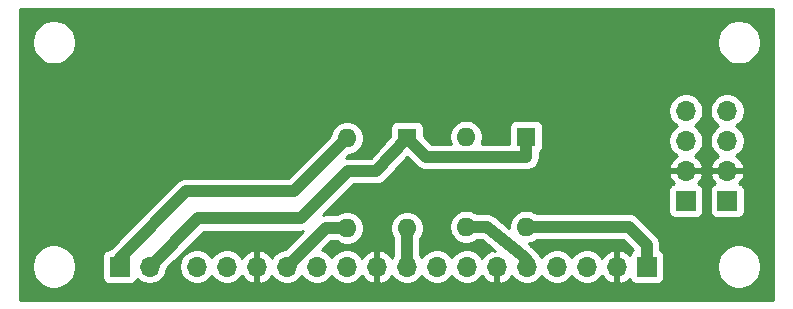
<source format=gbr>
G04 #@! TF.GenerationSoftware,KiCad,Pcbnew,5.1.5+dfsg1-2build2*
G04 #@! TF.CreationDate,2022-05-11T13:02:20+01:00*
G04 #@! TF.ProjectId,rrl-interface,72726c2d-696e-4746-9572-666163652e6b,rev?*
G04 #@! TF.SameCoordinates,Original*
G04 #@! TF.FileFunction,Copper,L1,Top*
G04 #@! TF.FilePolarity,Positive*
%FSLAX46Y46*%
G04 Gerber Fmt 4.6, Leading zero omitted, Abs format (unit mm)*
G04 Created by KiCad (PCBNEW 5.1.5+dfsg1-2build2) date 2022-05-11 13:02:20*
%MOMM*%
%LPD*%
G04 APERTURE LIST*
%ADD10O,1.600000X1.600000*%
%ADD11R,1.600000X1.600000*%
%ADD12R,1.700000X1.700000*%
%ADD13O,1.700000X1.700000*%
%ADD14C,1.000000*%
%ADD15C,0.254000*%
G04 APERTURE END LIST*
D10*
X56480000Y-189120000D03*
X51400000Y-181500000D03*
X51400000Y-189120000D03*
D11*
X56480000Y-181500000D03*
X46400000Y-181600000D03*
D10*
X41320000Y-189220000D03*
X41320000Y-181600000D03*
X46400000Y-189220000D03*
D12*
X22060000Y-192500000D03*
D13*
X24600000Y-192500000D03*
D12*
X66700000Y-192500000D03*
D13*
X64160000Y-192500000D03*
X61620000Y-192500000D03*
X59080000Y-192500000D03*
X56540000Y-192500000D03*
X54000000Y-192500000D03*
X51460000Y-192500000D03*
X48920000Y-192500000D03*
X46380000Y-192500000D03*
X43840000Y-192500000D03*
X41300000Y-192500000D03*
X38760000Y-192500000D03*
X36220000Y-192500000D03*
X33680000Y-192500000D03*
X31140000Y-192500000D03*
X28600000Y-192500000D03*
D12*
X73500000Y-186920000D03*
D13*
X73500000Y-184380000D03*
X73500000Y-181840000D03*
X73500000Y-179300000D03*
X70000000Y-179300000D03*
X70000000Y-181840000D03*
X70000000Y-184380000D03*
D12*
X70000000Y-186920000D03*
D14*
X56480000Y-189120000D02*
X63074002Y-189120000D01*
X65170000Y-189120000D02*
X63074002Y-189120000D01*
X66700000Y-190650000D02*
X65170000Y-189120000D01*
X66700000Y-192500000D02*
X66700000Y-190650000D01*
X51400000Y-189120000D02*
X53160000Y-189120000D01*
X56540000Y-191940000D02*
X56200000Y-191600000D01*
X56540000Y-192500000D02*
X56540000Y-191940000D01*
X53160000Y-189120000D02*
X56200000Y-191600000D01*
X39500000Y-189220000D02*
X41320000Y-189220000D01*
X36220000Y-192500000D02*
X39500000Y-189220000D01*
X46380000Y-189240000D02*
X46400000Y-189220000D01*
X46380000Y-192500000D02*
X46380000Y-189240000D01*
X36820000Y-186100000D02*
X41320000Y-181600000D01*
X22060000Y-191740000D02*
X27700000Y-186100000D01*
X27700000Y-186100000D02*
X36820000Y-186100000D01*
X22060000Y-192500000D02*
X22060000Y-191740000D01*
X56480000Y-181500000D02*
X56480000Y-183220000D01*
X48020000Y-183220000D02*
X46400000Y-181600000D01*
X56480000Y-183220000D02*
X48020000Y-183220000D01*
X28700000Y-188400000D02*
X37400000Y-188400000D01*
X24600000Y-192500000D02*
X28700000Y-188400000D01*
X41400000Y-184400000D02*
X43800000Y-184400000D01*
X37400000Y-188400000D02*
X41400000Y-184400000D01*
X43800000Y-184400000D02*
X46400000Y-181600000D01*
D15*
G36*
X77340001Y-195340000D02*
G01*
X13660000Y-195340000D01*
X13660000Y-192314344D01*
X14615000Y-192314344D01*
X14615000Y-192685656D01*
X14687439Y-193049834D01*
X14829534Y-193392882D01*
X15035825Y-193701618D01*
X15298382Y-193964175D01*
X15607118Y-194170466D01*
X15950166Y-194312561D01*
X16314344Y-194385000D01*
X16685656Y-194385000D01*
X17049834Y-194312561D01*
X17392882Y-194170466D01*
X17701618Y-193964175D01*
X17964175Y-193701618D01*
X18170466Y-193392882D01*
X18312561Y-193049834D01*
X18385000Y-192685656D01*
X18385000Y-192314344D01*
X18312561Y-191950166D01*
X18188229Y-191650000D01*
X20571928Y-191650000D01*
X20571928Y-193350000D01*
X20584188Y-193474482D01*
X20620498Y-193594180D01*
X20679463Y-193704494D01*
X20758815Y-193801185D01*
X20855506Y-193880537D01*
X20965820Y-193939502D01*
X21085518Y-193975812D01*
X21210000Y-193988072D01*
X22910000Y-193988072D01*
X23034482Y-193975812D01*
X23154180Y-193939502D01*
X23264494Y-193880537D01*
X23361185Y-193801185D01*
X23440537Y-193704494D01*
X23499502Y-193594180D01*
X23521513Y-193521620D01*
X23653368Y-193653475D01*
X23896589Y-193815990D01*
X24166842Y-193927932D01*
X24453740Y-193985000D01*
X24746260Y-193985000D01*
X25033158Y-193927932D01*
X25303411Y-193815990D01*
X25546632Y-193653475D01*
X25753475Y-193446632D01*
X25915990Y-193203411D01*
X26027932Y-192933158D01*
X26085000Y-192646260D01*
X26085000Y-192620131D01*
X26351391Y-192353740D01*
X27115000Y-192353740D01*
X27115000Y-192646260D01*
X27172068Y-192933158D01*
X27284010Y-193203411D01*
X27446525Y-193446632D01*
X27653368Y-193653475D01*
X27896589Y-193815990D01*
X28166842Y-193927932D01*
X28453740Y-193985000D01*
X28746260Y-193985000D01*
X29033158Y-193927932D01*
X29303411Y-193815990D01*
X29546632Y-193653475D01*
X29753475Y-193446632D01*
X29870000Y-193272240D01*
X29986525Y-193446632D01*
X30193368Y-193653475D01*
X30436589Y-193815990D01*
X30706842Y-193927932D01*
X30993740Y-193985000D01*
X31286260Y-193985000D01*
X31573158Y-193927932D01*
X31843411Y-193815990D01*
X32086632Y-193653475D01*
X32293475Y-193446632D01*
X32415195Y-193264466D01*
X32484822Y-193381355D01*
X32679731Y-193597588D01*
X32913080Y-193771641D01*
X33175901Y-193896825D01*
X33323110Y-193941476D01*
X33553000Y-193820155D01*
X33553000Y-192627000D01*
X33533000Y-192627000D01*
X33533000Y-192373000D01*
X33553000Y-192373000D01*
X33553000Y-191179845D01*
X33323110Y-191058524D01*
X33175901Y-191103175D01*
X32913080Y-191228359D01*
X32679731Y-191402412D01*
X32484822Y-191618645D01*
X32415195Y-191735534D01*
X32293475Y-191553368D01*
X32086632Y-191346525D01*
X31843411Y-191184010D01*
X31573158Y-191072068D01*
X31286260Y-191015000D01*
X30993740Y-191015000D01*
X30706842Y-191072068D01*
X30436589Y-191184010D01*
X30193368Y-191346525D01*
X29986525Y-191553368D01*
X29870000Y-191727760D01*
X29753475Y-191553368D01*
X29546632Y-191346525D01*
X29303411Y-191184010D01*
X29033158Y-191072068D01*
X28746260Y-191015000D01*
X28453740Y-191015000D01*
X28166842Y-191072068D01*
X27896589Y-191184010D01*
X27653368Y-191346525D01*
X27446525Y-191553368D01*
X27284010Y-191796589D01*
X27172068Y-192066842D01*
X27115000Y-192353740D01*
X26351391Y-192353740D01*
X29170133Y-189535000D01*
X37344249Y-189535000D01*
X37400000Y-189540491D01*
X37455751Y-189535000D01*
X37455752Y-189535000D01*
X37593428Y-189521440D01*
X36099869Y-191015000D01*
X36073740Y-191015000D01*
X35786842Y-191072068D01*
X35516589Y-191184010D01*
X35273368Y-191346525D01*
X35066525Y-191553368D01*
X34944805Y-191735534D01*
X34875178Y-191618645D01*
X34680269Y-191402412D01*
X34446920Y-191228359D01*
X34184099Y-191103175D01*
X34036890Y-191058524D01*
X33807000Y-191179845D01*
X33807000Y-192373000D01*
X33827000Y-192373000D01*
X33827000Y-192627000D01*
X33807000Y-192627000D01*
X33807000Y-193820155D01*
X34036890Y-193941476D01*
X34184099Y-193896825D01*
X34446920Y-193771641D01*
X34680269Y-193597588D01*
X34875178Y-193381355D01*
X34944805Y-193264466D01*
X35066525Y-193446632D01*
X35273368Y-193653475D01*
X35516589Y-193815990D01*
X35786842Y-193927932D01*
X36073740Y-193985000D01*
X36366260Y-193985000D01*
X36653158Y-193927932D01*
X36923411Y-193815990D01*
X37166632Y-193653475D01*
X37373475Y-193446632D01*
X37490000Y-193272240D01*
X37606525Y-193446632D01*
X37813368Y-193653475D01*
X38056589Y-193815990D01*
X38326842Y-193927932D01*
X38613740Y-193985000D01*
X38906260Y-193985000D01*
X39193158Y-193927932D01*
X39463411Y-193815990D01*
X39706632Y-193653475D01*
X39913475Y-193446632D01*
X40030000Y-193272240D01*
X40146525Y-193446632D01*
X40353368Y-193653475D01*
X40596589Y-193815990D01*
X40866842Y-193927932D01*
X41153740Y-193985000D01*
X41446260Y-193985000D01*
X41733158Y-193927932D01*
X42003411Y-193815990D01*
X42246632Y-193653475D01*
X42453475Y-193446632D01*
X42575195Y-193264466D01*
X42644822Y-193381355D01*
X42839731Y-193597588D01*
X43073080Y-193771641D01*
X43335901Y-193896825D01*
X43483110Y-193941476D01*
X43713000Y-193820155D01*
X43713000Y-192627000D01*
X43693000Y-192627000D01*
X43693000Y-192373000D01*
X43713000Y-192373000D01*
X43713000Y-191179845D01*
X43967000Y-191179845D01*
X43967000Y-192373000D01*
X43987000Y-192373000D01*
X43987000Y-192627000D01*
X43967000Y-192627000D01*
X43967000Y-193820155D01*
X44196890Y-193941476D01*
X44344099Y-193896825D01*
X44606920Y-193771641D01*
X44840269Y-193597588D01*
X45035178Y-193381355D01*
X45104805Y-193264466D01*
X45226525Y-193446632D01*
X45433368Y-193653475D01*
X45676589Y-193815990D01*
X45946842Y-193927932D01*
X46233740Y-193985000D01*
X46526260Y-193985000D01*
X46813158Y-193927932D01*
X47083411Y-193815990D01*
X47326632Y-193653475D01*
X47533475Y-193446632D01*
X47650000Y-193272240D01*
X47766525Y-193446632D01*
X47973368Y-193653475D01*
X48216589Y-193815990D01*
X48486842Y-193927932D01*
X48773740Y-193985000D01*
X49066260Y-193985000D01*
X49353158Y-193927932D01*
X49623411Y-193815990D01*
X49866632Y-193653475D01*
X50073475Y-193446632D01*
X50190000Y-193272240D01*
X50306525Y-193446632D01*
X50513368Y-193653475D01*
X50756589Y-193815990D01*
X51026842Y-193927932D01*
X51313740Y-193985000D01*
X51606260Y-193985000D01*
X51893158Y-193927932D01*
X52163411Y-193815990D01*
X52406632Y-193653475D01*
X52613475Y-193446632D01*
X52735195Y-193264466D01*
X52804822Y-193381355D01*
X52999731Y-193597588D01*
X53233080Y-193771641D01*
X53495901Y-193896825D01*
X53643110Y-193941476D01*
X53873000Y-193820155D01*
X53873000Y-192627000D01*
X53853000Y-192627000D01*
X53853000Y-192373000D01*
X53873000Y-192373000D01*
X53873000Y-192353000D01*
X54127000Y-192353000D01*
X54127000Y-192373000D01*
X54147000Y-192373000D01*
X54147000Y-192627000D01*
X54127000Y-192627000D01*
X54127000Y-193820155D01*
X54356890Y-193941476D01*
X54504099Y-193896825D01*
X54766920Y-193771641D01*
X55000269Y-193597588D01*
X55195178Y-193381355D01*
X55264805Y-193264466D01*
X55386525Y-193446632D01*
X55593368Y-193653475D01*
X55836589Y-193815990D01*
X56106842Y-193927932D01*
X56393740Y-193985000D01*
X56686260Y-193985000D01*
X56973158Y-193927932D01*
X57243411Y-193815990D01*
X57486632Y-193653475D01*
X57693475Y-193446632D01*
X57810000Y-193272240D01*
X57926525Y-193446632D01*
X58133368Y-193653475D01*
X58376589Y-193815990D01*
X58646842Y-193927932D01*
X58933740Y-193985000D01*
X59226260Y-193985000D01*
X59513158Y-193927932D01*
X59783411Y-193815990D01*
X60026632Y-193653475D01*
X60233475Y-193446632D01*
X60350000Y-193272240D01*
X60466525Y-193446632D01*
X60673368Y-193653475D01*
X60916589Y-193815990D01*
X61186842Y-193927932D01*
X61473740Y-193985000D01*
X61766260Y-193985000D01*
X62053158Y-193927932D01*
X62323411Y-193815990D01*
X62566632Y-193653475D01*
X62773475Y-193446632D01*
X62895195Y-193264466D01*
X62964822Y-193381355D01*
X63159731Y-193597588D01*
X63393080Y-193771641D01*
X63655901Y-193896825D01*
X63803110Y-193941476D01*
X64033000Y-193820155D01*
X64033000Y-192627000D01*
X64013000Y-192627000D01*
X64013000Y-192373000D01*
X64033000Y-192373000D01*
X64033000Y-191179845D01*
X63803110Y-191058524D01*
X63655901Y-191103175D01*
X63393080Y-191228359D01*
X63159731Y-191402412D01*
X62964822Y-191618645D01*
X62895195Y-191735534D01*
X62773475Y-191553368D01*
X62566632Y-191346525D01*
X62323411Y-191184010D01*
X62053158Y-191072068D01*
X61766260Y-191015000D01*
X61473740Y-191015000D01*
X61186842Y-191072068D01*
X60916589Y-191184010D01*
X60673368Y-191346525D01*
X60466525Y-191553368D01*
X60350000Y-191727760D01*
X60233475Y-191553368D01*
X60026632Y-191346525D01*
X59783411Y-191184010D01*
X59513158Y-191072068D01*
X59226260Y-191015000D01*
X58933740Y-191015000D01*
X58646842Y-191072068D01*
X58376589Y-191184010D01*
X58133368Y-191346525D01*
X57926525Y-191553368D01*
X57810000Y-191727760D01*
X57693475Y-191553368D01*
X57536281Y-191396174D01*
X57488284Y-191306377D01*
X57346449Y-191133551D01*
X57303140Y-191098008D01*
X57080426Y-190875295D01*
X57079489Y-190873901D01*
X57001258Y-190796127D01*
X56963143Y-190758012D01*
X56961860Y-190756959D01*
X56960664Y-190755770D01*
X56918210Y-190721136D01*
X56833622Y-190651717D01*
X56832152Y-190650931D01*
X56696284Y-190540092D01*
X56898574Y-190499853D01*
X57159727Y-190391680D01*
X57364284Y-190255000D01*
X64699869Y-190255000D01*
X65540357Y-191095489D01*
X65495506Y-191119463D01*
X65398815Y-191198815D01*
X65319463Y-191295506D01*
X65260498Y-191405820D01*
X65236034Y-191486466D01*
X65160269Y-191402412D01*
X64926920Y-191228359D01*
X64664099Y-191103175D01*
X64516890Y-191058524D01*
X64287000Y-191179845D01*
X64287000Y-192373000D01*
X64307000Y-192373000D01*
X64307000Y-192627000D01*
X64287000Y-192627000D01*
X64287000Y-193820155D01*
X64516890Y-193941476D01*
X64664099Y-193896825D01*
X64926920Y-193771641D01*
X65160269Y-193597588D01*
X65236034Y-193513534D01*
X65260498Y-193594180D01*
X65319463Y-193704494D01*
X65398815Y-193801185D01*
X65495506Y-193880537D01*
X65605820Y-193939502D01*
X65725518Y-193975812D01*
X65850000Y-193988072D01*
X67550000Y-193988072D01*
X67674482Y-193975812D01*
X67794180Y-193939502D01*
X67904494Y-193880537D01*
X68001185Y-193801185D01*
X68080537Y-193704494D01*
X68139502Y-193594180D01*
X68175812Y-193474482D01*
X68188072Y-193350000D01*
X68188072Y-192314344D01*
X72615000Y-192314344D01*
X72615000Y-192685656D01*
X72687439Y-193049834D01*
X72829534Y-193392882D01*
X73035825Y-193701618D01*
X73298382Y-193964175D01*
X73607118Y-194170466D01*
X73950166Y-194312561D01*
X74314344Y-194385000D01*
X74685656Y-194385000D01*
X75049834Y-194312561D01*
X75392882Y-194170466D01*
X75701618Y-193964175D01*
X75964175Y-193701618D01*
X76170466Y-193392882D01*
X76312561Y-193049834D01*
X76385000Y-192685656D01*
X76385000Y-192314344D01*
X76312561Y-191950166D01*
X76170466Y-191607118D01*
X75964175Y-191298382D01*
X75701618Y-191035825D01*
X75392882Y-190829534D01*
X75049834Y-190687439D01*
X74685656Y-190615000D01*
X74314344Y-190615000D01*
X73950166Y-190687439D01*
X73607118Y-190829534D01*
X73298382Y-191035825D01*
X73035825Y-191298382D01*
X72829534Y-191607118D01*
X72687439Y-191950166D01*
X72615000Y-192314344D01*
X68188072Y-192314344D01*
X68188072Y-191650000D01*
X68175812Y-191525518D01*
X68139502Y-191405820D01*
X68080537Y-191295506D01*
X68001185Y-191198815D01*
X67904494Y-191119463D01*
X67835000Y-191082317D01*
X67835000Y-190705752D01*
X67840491Y-190650000D01*
X67818577Y-190427501D01*
X67753676Y-190213553D01*
X67648284Y-190016377D01*
X67605487Y-189964229D01*
X67506449Y-189843551D01*
X67463140Y-189808009D01*
X66011996Y-188356865D01*
X65976449Y-188313551D01*
X65803623Y-188171716D01*
X65606447Y-188066324D01*
X65392499Y-188001423D01*
X65225752Y-187985000D01*
X65225751Y-187985000D01*
X65170000Y-187979509D01*
X65114249Y-187985000D01*
X57364284Y-187985000D01*
X57159727Y-187848320D01*
X56898574Y-187740147D01*
X56621335Y-187685000D01*
X56338665Y-187685000D01*
X56061426Y-187740147D01*
X55800273Y-187848320D01*
X55565241Y-188005363D01*
X55365363Y-188205241D01*
X55208320Y-188440273D01*
X55100147Y-188701426D01*
X55045000Y-188978665D01*
X55045000Y-189192992D01*
X53878731Y-188241563D01*
X53793623Y-188171716D01*
X53742733Y-188144515D01*
X53694675Y-188112607D01*
X53644396Y-188091953D01*
X53596447Y-188066324D01*
X53541230Y-188049574D01*
X53487869Y-188027654D01*
X53434527Y-188017206D01*
X53382499Y-188001423D01*
X53325080Y-187995768D01*
X53268463Y-187984678D01*
X53158553Y-187985000D01*
X52284284Y-187985000D01*
X52079727Y-187848320D01*
X51818574Y-187740147D01*
X51541335Y-187685000D01*
X51258665Y-187685000D01*
X50981426Y-187740147D01*
X50720273Y-187848320D01*
X50485241Y-188005363D01*
X50285363Y-188205241D01*
X50128320Y-188440273D01*
X50020147Y-188701426D01*
X49965000Y-188978665D01*
X49965000Y-189261335D01*
X50020147Y-189538574D01*
X50128320Y-189799727D01*
X50285363Y-190034759D01*
X50485241Y-190234637D01*
X50720273Y-190391680D01*
X50981426Y-190499853D01*
X51258665Y-190555000D01*
X51541335Y-190555000D01*
X51818574Y-190499853D01*
X52079727Y-190391680D01*
X52284284Y-190255000D01*
X52755765Y-190255000D01*
X53872998Y-191166428D01*
X53872998Y-191179844D01*
X53643110Y-191058524D01*
X53495901Y-191103175D01*
X53233080Y-191228359D01*
X52999731Y-191402412D01*
X52804822Y-191618645D01*
X52735195Y-191735534D01*
X52613475Y-191553368D01*
X52406632Y-191346525D01*
X52163411Y-191184010D01*
X51893158Y-191072068D01*
X51606260Y-191015000D01*
X51313740Y-191015000D01*
X51026842Y-191072068D01*
X50756589Y-191184010D01*
X50513368Y-191346525D01*
X50306525Y-191553368D01*
X50190000Y-191727760D01*
X50073475Y-191553368D01*
X49866632Y-191346525D01*
X49623411Y-191184010D01*
X49353158Y-191072068D01*
X49066260Y-191015000D01*
X48773740Y-191015000D01*
X48486842Y-191072068D01*
X48216589Y-191184010D01*
X47973368Y-191346525D01*
X47766525Y-191553368D01*
X47650000Y-191727760D01*
X47533475Y-191553368D01*
X47515000Y-191534893D01*
X47515000Y-190134216D01*
X47671680Y-189899727D01*
X47779853Y-189638574D01*
X47835000Y-189361335D01*
X47835000Y-189078665D01*
X47779853Y-188801426D01*
X47671680Y-188540273D01*
X47514637Y-188305241D01*
X47314759Y-188105363D01*
X47079727Y-187948320D01*
X46818574Y-187840147D01*
X46541335Y-187785000D01*
X46258665Y-187785000D01*
X45981426Y-187840147D01*
X45720273Y-187948320D01*
X45485241Y-188105363D01*
X45285363Y-188305241D01*
X45128320Y-188540273D01*
X45020147Y-188801426D01*
X44965000Y-189078665D01*
X44965000Y-189361335D01*
X45020147Y-189638574D01*
X45128320Y-189899727D01*
X45245001Y-190074352D01*
X45245000Y-191534893D01*
X45226525Y-191553368D01*
X45104805Y-191735534D01*
X45035178Y-191618645D01*
X44840269Y-191402412D01*
X44606920Y-191228359D01*
X44344099Y-191103175D01*
X44196890Y-191058524D01*
X43967000Y-191179845D01*
X43713000Y-191179845D01*
X43483110Y-191058524D01*
X43335901Y-191103175D01*
X43073080Y-191228359D01*
X42839731Y-191402412D01*
X42644822Y-191618645D01*
X42575195Y-191735534D01*
X42453475Y-191553368D01*
X42246632Y-191346525D01*
X42003411Y-191184010D01*
X41733158Y-191072068D01*
X41446260Y-191015000D01*
X41153740Y-191015000D01*
X40866842Y-191072068D01*
X40596589Y-191184010D01*
X40353368Y-191346525D01*
X40146525Y-191553368D01*
X40030000Y-191727760D01*
X39913475Y-191553368D01*
X39706632Y-191346525D01*
X39463411Y-191184010D01*
X39235518Y-191089614D01*
X39970132Y-190355000D01*
X40435716Y-190355000D01*
X40640273Y-190491680D01*
X40901426Y-190599853D01*
X41178665Y-190655000D01*
X41461335Y-190655000D01*
X41738574Y-190599853D01*
X41999727Y-190491680D01*
X42234759Y-190334637D01*
X42434637Y-190134759D01*
X42591680Y-189899727D01*
X42699853Y-189638574D01*
X42755000Y-189361335D01*
X42755000Y-189078665D01*
X42699853Y-188801426D01*
X42591680Y-188540273D01*
X42434637Y-188305241D01*
X42234759Y-188105363D01*
X41999727Y-187948320D01*
X41738574Y-187840147D01*
X41461335Y-187785000D01*
X41178665Y-187785000D01*
X40901426Y-187840147D01*
X40640273Y-187948320D01*
X40435716Y-188085000D01*
X39555741Y-188085000D01*
X39499999Y-188079510D01*
X39444257Y-188085000D01*
X39444248Y-188085000D01*
X39306571Y-188098560D01*
X41335131Y-186070000D01*
X68511928Y-186070000D01*
X68511928Y-187770000D01*
X68524188Y-187894482D01*
X68560498Y-188014180D01*
X68619463Y-188124494D01*
X68698815Y-188221185D01*
X68795506Y-188300537D01*
X68905820Y-188359502D01*
X69025518Y-188395812D01*
X69150000Y-188408072D01*
X70850000Y-188408072D01*
X70974482Y-188395812D01*
X71094180Y-188359502D01*
X71204494Y-188300537D01*
X71301185Y-188221185D01*
X71380537Y-188124494D01*
X71439502Y-188014180D01*
X71475812Y-187894482D01*
X71488072Y-187770000D01*
X71488072Y-186070000D01*
X72011928Y-186070000D01*
X72011928Y-187770000D01*
X72024188Y-187894482D01*
X72060498Y-188014180D01*
X72119463Y-188124494D01*
X72198815Y-188221185D01*
X72295506Y-188300537D01*
X72405820Y-188359502D01*
X72525518Y-188395812D01*
X72650000Y-188408072D01*
X74350000Y-188408072D01*
X74474482Y-188395812D01*
X74594180Y-188359502D01*
X74704494Y-188300537D01*
X74801185Y-188221185D01*
X74880537Y-188124494D01*
X74939502Y-188014180D01*
X74975812Y-187894482D01*
X74988072Y-187770000D01*
X74988072Y-186070000D01*
X74975812Y-185945518D01*
X74939502Y-185825820D01*
X74880537Y-185715506D01*
X74801185Y-185618815D01*
X74704494Y-185539463D01*
X74594180Y-185480498D01*
X74513534Y-185456034D01*
X74597588Y-185380269D01*
X74771641Y-185146920D01*
X74896825Y-184884099D01*
X74941476Y-184736890D01*
X74820155Y-184507000D01*
X73627000Y-184507000D01*
X73627000Y-184527000D01*
X73373000Y-184527000D01*
X73373000Y-184507000D01*
X72179845Y-184507000D01*
X72058524Y-184736890D01*
X72103175Y-184884099D01*
X72228359Y-185146920D01*
X72402412Y-185380269D01*
X72486466Y-185456034D01*
X72405820Y-185480498D01*
X72295506Y-185539463D01*
X72198815Y-185618815D01*
X72119463Y-185715506D01*
X72060498Y-185825820D01*
X72024188Y-185945518D01*
X72011928Y-186070000D01*
X71488072Y-186070000D01*
X71475812Y-185945518D01*
X71439502Y-185825820D01*
X71380537Y-185715506D01*
X71301185Y-185618815D01*
X71204494Y-185539463D01*
X71094180Y-185480498D01*
X71013534Y-185456034D01*
X71097588Y-185380269D01*
X71271641Y-185146920D01*
X71396825Y-184884099D01*
X71441476Y-184736890D01*
X71320155Y-184507000D01*
X70127000Y-184507000D01*
X70127000Y-184527000D01*
X69873000Y-184527000D01*
X69873000Y-184507000D01*
X68679845Y-184507000D01*
X68558524Y-184736890D01*
X68603175Y-184884099D01*
X68728359Y-185146920D01*
X68902412Y-185380269D01*
X68986466Y-185456034D01*
X68905820Y-185480498D01*
X68795506Y-185539463D01*
X68698815Y-185618815D01*
X68619463Y-185715506D01*
X68560498Y-185825820D01*
X68524188Y-185945518D01*
X68511928Y-186070000D01*
X41335131Y-186070000D01*
X41870132Y-185535000D01*
X43765305Y-185535000D01*
X43842211Y-185539709D01*
X43932141Y-185527476D01*
X44022499Y-185518577D01*
X44042767Y-185512429D01*
X44063746Y-185509575D01*
X44149565Y-185480032D01*
X44236447Y-185453676D01*
X44255126Y-185443692D01*
X44275146Y-185436800D01*
X44353546Y-185391086D01*
X44433623Y-185348284D01*
X44449997Y-185334846D01*
X44468286Y-185324182D01*
X44536263Y-185264050D01*
X44606449Y-185206449D01*
X44655342Y-185146872D01*
X46430275Y-183235407D01*
X47178009Y-183983140D01*
X47213551Y-184026449D01*
X47386377Y-184168284D01*
X47544871Y-184253000D01*
X47583553Y-184273676D01*
X47797501Y-184338577D01*
X48020000Y-184360491D01*
X48075751Y-184355000D01*
X56424249Y-184355000D01*
X56480000Y-184360491D01*
X56702499Y-184338577D01*
X56916447Y-184273676D01*
X57113623Y-184168284D01*
X57286449Y-184026449D01*
X57428284Y-183853623D01*
X57533676Y-183656447D01*
X57598577Y-183442499D01*
X57615000Y-183275752D01*
X57620491Y-183220000D01*
X57615000Y-183164248D01*
X57615000Y-182840957D01*
X57634494Y-182830537D01*
X57731185Y-182751185D01*
X57810537Y-182654494D01*
X57869502Y-182544180D01*
X57905812Y-182424482D01*
X57918072Y-182300000D01*
X57918072Y-180700000D01*
X57905812Y-180575518D01*
X57869502Y-180455820D01*
X57810537Y-180345506D01*
X57731185Y-180248815D01*
X57634494Y-180169463D01*
X57524180Y-180110498D01*
X57404482Y-180074188D01*
X57280000Y-180061928D01*
X55680000Y-180061928D01*
X55555518Y-180074188D01*
X55435820Y-180110498D01*
X55325506Y-180169463D01*
X55228815Y-180248815D01*
X55149463Y-180345506D01*
X55090498Y-180455820D01*
X55054188Y-180575518D01*
X55041928Y-180700000D01*
X55041928Y-182085000D01*
X52710917Y-182085000D01*
X52779853Y-181918574D01*
X52835000Y-181641335D01*
X52835000Y-181358665D01*
X52779853Y-181081426D01*
X52671680Y-180820273D01*
X52514637Y-180585241D01*
X52314759Y-180385363D01*
X52079727Y-180228320D01*
X51818574Y-180120147D01*
X51541335Y-180065000D01*
X51258665Y-180065000D01*
X50981426Y-180120147D01*
X50720273Y-180228320D01*
X50485241Y-180385363D01*
X50285363Y-180585241D01*
X50128320Y-180820273D01*
X50020147Y-181081426D01*
X49965000Y-181358665D01*
X49965000Y-181641335D01*
X50020147Y-181918574D01*
X50089083Y-182085000D01*
X48490132Y-182085000D01*
X47838072Y-181432941D01*
X47838072Y-180800000D01*
X47825812Y-180675518D01*
X47789502Y-180555820D01*
X47730537Y-180445506D01*
X47651185Y-180348815D01*
X47554494Y-180269463D01*
X47444180Y-180210498D01*
X47324482Y-180174188D01*
X47200000Y-180161928D01*
X45600000Y-180161928D01*
X45475518Y-180174188D01*
X45355820Y-180210498D01*
X45245506Y-180269463D01*
X45148815Y-180348815D01*
X45069463Y-180445506D01*
X45010498Y-180555820D01*
X44974188Y-180675518D01*
X44961928Y-180800000D01*
X44961928Y-181480683D01*
X43305062Y-183265000D01*
X41455741Y-183265000D01*
X41399999Y-183259510D01*
X41344257Y-183265000D01*
X41344248Y-183265000D01*
X41250942Y-183274190D01*
X41497282Y-183027850D01*
X41738574Y-182979853D01*
X41999727Y-182871680D01*
X42234759Y-182714637D01*
X42434637Y-182514759D01*
X42591680Y-182279727D01*
X42699853Y-182018574D01*
X42755000Y-181741335D01*
X42755000Y-181458665D01*
X42699853Y-181181426D01*
X42591680Y-180920273D01*
X42434637Y-180685241D01*
X42234759Y-180485363D01*
X41999727Y-180328320D01*
X41738574Y-180220147D01*
X41461335Y-180165000D01*
X41178665Y-180165000D01*
X40901426Y-180220147D01*
X40640273Y-180328320D01*
X40405241Y-180485363D01*
X40205363Y-180685241D01*
X40048320Y-180920273D01*
X39940147Y-181181426D01*
X39892150Y-181422718D01*
X36349869Y-184965000D01*
X27755741Y-184965000D01*
X27699999Y-184959510D01*
X27644257Y-184965000D01*
X27644248Y-184965000D01*
X27477501Y-184981423D01*
X27263553Y-185046324D01*
X27066377Y-185151716D01*
X26893551Y-185293551D01*
X26858011Y-185336857D01*
X21296860Y-190898009D01*
X21253552Y-190933551D01*
X21187403Y-191014154D01*
X21085518Y-191024188D01*
X20965820Y-191060498D01*
X20855506Y-191119463D01*
X20758815Y-191198815D01*
X20679463Y-191295506D01*
X20620498Y-191405820D01*
X20584188Y-191525518D01*
X20571928Y-191650000D01*
X18188229Y-191650000D01*
X18170466Y-191607118D01*
X17964175Y-191298382D01*
X17701618Y-191035825D01*
X17392882Y-190829534D01*
X17049834Y-190687439D01*
X16685656Y-190615000D01*
X16314344Y-190615000D01*
X15950166Y-190687439D01*
X15607118Y-190829534D01*
X15298382Y-191035825D01*
X15035825Y-191298382D01*
X14829534Y-191607118D01*
X14687439Y-191950166D01*
X14615000Y-192314344D01*
X13660000Y-192314344D01*
X13660000Y-179153740D01*
X68515000Y-179153740D01*
X68515000Y-179446260D01*
X68572068Y-179733158D01*
X68684010Y-180003411D01*
X68846525Y-180246632D01*
X69053368Y-180453475D01*
X69227760Y-180570000D01*
X69053368Y-180686525D01*
X68846525Y-180893368D01*
X68684010Y-181136589D01*
X68572068Y-181406842D01*
X68515000Y-181693740D01*
X68515000Y-181986260D01*
X68572068Y-182273158D01*
X68684010Y-182543411D01*
X68846525Y-182786632D01*
X69053368Y-182993475D01*
X69235534Y-183115195D01*
X69118645Y-183184822D01*
X68902412Y-183379731D01*
X68728359Y-183613080D01*
X68603175Y-183875901D01*
X68558524Y-184023110D01*
X68679845Y-184253000D01*
X69873000Y-184253000D01*
X69873000Y-184233000D01*
X70127000Y-184233000D01*
X70127000Y-184253000D01*
X71320155Y-184253000D01*
X71441476Y-184023110D01*
X71396825Y-183875901D01*
X71271641Y-183613080D01*
X71097588Y-183379731D01*
X70881355Y-183184822D01*
X70764466Y-183115195D01*
X70946632Y-182993475D01*
X71153475Y-182786632D01*
X71315990Y-182543411D01*
X71427932Y-182273158D01*
X71485000Y-181986260D01*
X71485000Y-181693740D01*
X71427932Y-181406842D01*
X71315990Y-181136589D01*
X71153475Y-180893368D01*
X70946632Y-180686525D01*
X70772240Y-180570000D01*
X70946632Y-180453475D01*
X71153475Y-180246632D01*
X71315990Y-180003411D01*
X71427932Y-179733158D01*
X71485000Y-179446260D01*
X71485000Y-179153740D01*
X72015000Y-179153740D01*
X72015000Y-179446260D01*
X72072068Y-179733158D01*
X72184010Y-180003411D01*
X72346525Y-180246632D01*
X72553368Y-180453475D01*
X72727760Y-180570000D01*
X72553368Y-180686525D01*
X72346525Y-180893368D01*
X72184010Y-181136589D01*
X72072068Y-181406842D01*
X72015000Y-181693740D01*
X72015000Y-181986260D01*
X72072068Y-182273158D01*
X72184010Y-182543411D01*
X72346525Y-182786632D01*
X72553368Y-182993475D01*
X72735534Y-183115195D01*
X72618645Y-183184822D01*
X72402412Y-183379731D01*
X72228359Y-183613080D01*
X72103175Y-183875901D01*
X72058524Y-184023110D01*
X72179845Y-184253000D01*
X73373000Y-184253000D01*
X73373000Y-184233000D01*
X73627000Y-184233000D01*
X73627000Y-184253000D01*
X74820155Y-184253000D01*
X74941476Y-184023110D01*
X74896825Y-183875901D01*
X74771641Y-183613080D01*
X74597588Y-183379731D01*
X74381355Y-183184822D01*
X74264466Y-183115195D01*
X74446632Y-182993475D01*
X74653475Y-182786632D01*
X74815990Y-182543411D01*
X74927932Y-182273158D01*
X74985000Y-181986260D01*
X74985000Y-181693740D01*
X74927932Y-181406842D01*
X74815990Y-181136589D01*
X74653475Y-180893368D01*
X74446632Y-180686525D01*
X74272240Y-180570000D01*
X74446632Y-180453475D01*
X74653475Y-180246632D01*
X74815990Y-180003411D01*
X74927932Y-179733158D01*
X74985000Y-179446260D01*
X74985000Y-179153740D01*
X74927932Y-178866842D01*
X74815990Y-178596589D01*
X74653475Y-178353368D01*
X74446632Y-178146525D01*
X74203411Y-177984010D01*
X73933158Y-177872068D01*
X73646260Y-177815000D01*
X73353740Y-177815000D01*
X73066842Y-177872068D01*
X72796589Y-177984010D01*
X72553368Y-178146525D01*
X72346525Y-178353368D01*
X72184010Y-178596589D01*
X72072068Y-178866842D01*
X72015000Y-179153740D01*
X71485000Y-179153740D01*
X71427932Y-178866842D01*
X71315990Y-178596589D01*
X71153475Y-178353368D01*
X70946632Y-178146525D01*
X70703411Y-177984010D01*
X70433158Y-177872068D01*
X70146260Y-177815000D01*
X69853740Y-177815000D01*
X69566842Y-177872068D01*
X69296589Y-177984010D01*
X69053368Y-178146525D01*
X68846525Y-178353368D01*
X68684010Y-178596589D01*
X68572068Y-178866842D01*
X68515000Y-179153740D01*
X13660000Y-179153740D01*
X13660000Y-173314344D01*
X14615000Y-173314344D01*
X14615000Y-173685656D01*
X14687439Y-174049834D01*
X14829534Y-174392882D01*
X15035825Y-174701618D01*
X15298382Y-174964175D01*
X15607118Y-175170466D01*
X15950166Y-175312561D01*
X16314344Y-175385000D01*
X16685656Y-175385000D01*
X17049834Y-175312561D01*
X17392882Y-175170466D01*
X17701618Y-174964175D01*
X17964175Y-174701618D01*
X18170466Y-174392882D01*
X18312561Y-174049834D01*
X18385000Y-173685656D01*
X18385000Y-173314344D01*
X72615000Y-173314344D01*
X72615000Y-173685656D01*
X72687439Y-174049834D01*
X72829534Y-174392882D01*
X73035825Y-174701618D01*
X73298382Y-174964175D01*
X73607118Y-175170466D01*
X73950166Y-175312561D01*
X74314344Y-175385000D01*
X74685656Y-175385000D01*
X75049834Y-175312561D01*
X75392882Y-175170466D01*
X75701618Y-174964175D01*
X75964175Y-174701618D01*
X76170466Y-174392882D01*
X76312561Y-174049834D01*
X76385000Y-173685656D01*
X76385000Y-173314344D01*
X76312561Y-172950166D01*
X76170466Y-172607118D01*
X75964175Y-172298382D01*
X75701618Y-172035825D01*
X75392882Y-171829534D01*
X75049834Y-171687439D01*
X74685656Y-171615000D01*
X74314344Y-171615000D01*
X73950166Y-171687439D01*
X73607118Y-171829534D01*
X73298382Y-172035825D01*
X73035825Y-172298382D01*
X72829534Y-172607118D01*
X72687439Y-172950166D01*
X72615000Y-173314344D01*
X18385000Y-173314344D01*
X18312561Y-172950166D01*
X18170466Y-172607118D01*
X17964175Y-172298382D01*
X17701618Y-172035825D01*
X17392882Y-171829534D01*
X17049834Y-171687439D01*
X16685656Y-171615000D01*
X16314344Y-171615000D01*
X15950166Y-171687439D01*
X15607118Y-171829534D01*
X15298382Y-172035825D01*
X15035825Y-172298382D01*
X14829534Y-172607118D01*
X14687439Y-172950166D01*
X14615000Y-173314344D01*
X13660000Y-173314344D01*
X13660000Y-170660000D01*
X77340000Y-170660000D01*
X77340001Y-195340000D01*
G37*
X77340001Y-195340000D02*
X13660000Y-195340000D01*
X13660000Y-192314344D01*
X14615000Y-192314344D01*
X14615000Y-192685656D01*
X14687439Y-193049834D01*
X14829534Y-193392882D01*
X15035825Y-193701618D01*
X15298382Y-193964175D01*
X15607118Y-194170466D01*
X15950166Y-194312561D01*
X16314344Y-194385000D01*
X16685656Y-194385000D01*
X17049834Y-194312561D01*
X17392882Y-194170466D01*
X17701618Y-193964175D01*
X17964175Y-193701618D01*
X18170466Y-193392882D01*
X18312561Y-193049834D01*
X18385000Y-192685656D01*
X18385000Y-192314344D01*
X18312561Y-191950166D01*
X18188229Y-191650000D01*
X20571928Y-191650000D01*
X20571928Y-193350000D01*
X20584188Y-193474482D01*
X20620498Y-193594180D01*
X20679463Y-193704494D01*
X20758815Y-193801185D01*
X20855506Y-193880537D01*
X20965820Y-193939502D01*
X21085518Y-193975812D01*
X21210000Y-193988072D01*
X22910000Y-193988072D01*
X23034482Y-193975812D01*
X23154180Y-193939502D01*
X23264494Y-193880537D01*
X23361185Y-193801185D01*
X23440537Y-193704494D01*
X23499502Y-193594180D01*
X23521513Y-193521620D01*
X23653368Y-193653475D01*
X23896589Y-193815990D01*
X24166842Y-193927932D01*
X24453740Y-193985000D01*
X24746260Y-193985000D01*
X25033158Y-193927932D01*
X25303411Y-193815990D01*
X25546632Y-193653475D01*
X25753475Y-193446632D01*
X25915990Y-193203411D01*
X26027932Y-192933158D01*
X26085000Y-192646260D01*
X26085000Y-192620131D01*
X26351391Y-192353740D01*
X27115000Y-192353740D01*
X27115000Y-192646260D01*
X27172068Y-192933158D01*
X27284010Y-193203411D01*
X27446525Y-193446632D01*
X27653368Y-193653475D01*
X27896589Y-193815990D01*
X28166842Y-193927932D01*
X28453740Y-193985000D01*
X28746260Y-193985000D01*
X29033158Y-193927932D01*
X29303411Y-193815990D01*
X29546632Y-193653475D01*
X29753475Y-193446632D01*
X29870000Y-193272240D01*
X29986525Y-193446632D01*
X30193368Y-193653475D01*
X30436589Y-193815990D01*
X30706842Y-193927932D01*
X30993740Y-193985000D01*
X31286260Y-193985000D01*
X31573158Y-193927932D01*
X31843411Y-193815990D01*
X32086632Y-193653475D01*
X32293475Y-193446632D01*
X32415195Y-193264466D01*
X32484822Y-193381355D01*
X32679731Y-193597588D01*
X32913080Y-193771641D01*
X33175901Y-193896825D01*
X33323110Y-193941476D01*
X33553000Y-193820155D01*
X33553000Y-192627000D01*
X33533000Y-192627000D01*
X33533000Y-192373000D01*
X33553000Y-192373000D01*
X33553000Y-191179845D01*
X33323110Y-191058524D01*
X33175901Y-191103175D01*
X32913080Y-191228359D01*
X32679731Y-191402412D01*
X32484822Y-191618645D01*
X32415195Y-191735534D01*
X32293475Y-191553368D01*
X32086632Y-191346525D01*
X31843411Y-191184010D01*
X31573158Y-191072068D01*
X31286260Y-191015000D01*
X30993740Y-191015000D01*
X30706842Y-191072068D01*
X30436589Y-191184010D01*
X30193368Y-191346525D01*
X29986525Y-191553368D01*
X29870000Y-191727760D01*
X29753475Y-191553368D01*
X29546632Y-191346525D01*
X29303411Y-191184010D01*
X29033158Y-191072068D01*
X28746260Y-191015000D01*
X28453740Y-191015000D01*
X28166842Y-191072068D01*
X27896589Y-191184010D01*
X27653368Y-191346525D01*
X27446525Y-191553368D01*
X27284010Y-191796589D01*
X27172068Y-192066842D01*
X27115000Y-192353740D01*
X26351391Y-192353740D01*
X29170133Y-189535000D01*
X37344249Y-189535000D01*
X37400000Y-189540491D01*
X37455751Y-189535000D01*
X37455752Y-189535000D01*
X37593428Y-189521440D01*
X36099869Y-191015000D01*
X36073740Y-191015000D01*
X35786842Y-191072068D01*
X35516589Y-191184010D01*
X35273368Y-191346525D01*
X35066525Y-191553368D01*
X34944805Y-191735534D01*
X34875178Y-191618645D01*
X34680269Y-191402412D01*
X34446920Y-191228359D01*
X34184099Y-191103175D01*
X34036890Y-191058524D01*
X33807000Y-191179845D01*
X33807000Y-192373000D01*
X33827000Y-192373000D01*
X33827000Y-192627000D01*
X33807000Y-192627000D01*
X33807000Y-193820155D01*
X34036890Y-193941476D01*
X34184099Y-193896825D01*
X34446920Y-193771641D01*
X34680269Y-193597588D01*
X34875178Y-193381355D01*
X34944805Y-193264466D01*
X35066525Y-193446632D01*
X35273368Y-193653475D01*
X35516589Y-193815990D01*
X35786842Y-193927932D01*
X36073740Y-193985000D01*
X36366260Y-193985000D01*
X36653158Y-193927932D01*
X36923411Y-193815990D01*
X37166632Y-193653475D01*
X37373475Y-193446632D01*
X37490000Y-193272240D01*
X37606525Y-193446632D01*
X37813368Y-193653475D01*
X38056589Y-193815990D01*
X38326842Y-193927932D01*
X38613740Y-193985000D01*
X38906260Y-193985000D01*
X39193158Y-193927932D01*
X39463411Y-193815990D01*
X39706632Y-193653475D01*
X39913475Y-193446632D01*
X40030000Y-193272240D01*
X40146525Y-193446632D01*
X40353368Y-193653475D01*
X40596589Y-193815990D01*
X40866842Y-193927932D01*
X41153740Y-193985000D01*
X41446260Y-193985000D01*
X41733158Y-193927932D01*
X42003411Y-193815990D01*
X42246632Y-193653475D01*
X42453475Y-193446632D01*
X42575195Y-193264466D01*
X42644822Y-193381355D01*
X42839731Y-193597588D01*
X43073080Y-193771641D01*
X43335901Y-193896825D01*
X43483110Y-193941476D01*
X43713000Y-193820155D01*
X43713000Y-192627000D01*
X43693000Y-192627000D01*
X43693000Y-192373000D01*
X43713000Y-192373000D01*
X43713000Y-191179845D01*
X43967000Y-191179845D01*
X43967000Y-192373000D01*
X43987000Y-192373000D01*
X43987000Y-192627000D01*
X43967000Y-192627000D01*
X43967000Y-193820155D01*
X44196890Y-193941476D01*
X44344099Y-193896825D01*
X44606920Y-193771641D01*
X44840269Y-193597588D01*
X45035178Y-193381355D01*
X45104805Y-193264466D01*
X45226525Y-193446632D01*
X45433368Y-193653475D01*
X45676589Y-193815990D01*
X45946842Y-193927932D01*
X46233740Y-193985000D01*
X46526260Y-193985000D01*
X46813158Y-193927932D01*
X47083411Y-193815990D01*
X47326632Y-193653475D01*
X47533475Y-193446632D01*
X47650000Y-193272240D01*
X47766525Y-193446632D01*
X47973368Y-193653475D01*
X48216589Y-193815990D01*
X48486842Y-193927932D01*
X48773740Y-193985000D01*
X49066260Y-193985000D01*
X49353158Y-193927932D01*
X49623411Y-193815990D01*
X49866632Y-193653475D01*
X50073475Y-193446632D01*
X50190000Y-193272240D01*
X50306525Y-193446632D01*
X50513368Y-193653475D01*
X50756589Y-193815990D01*
X51026842Y-193927932D01*
X51313740Y-193985000D01*
X51606260Y-193985000D01*
X51893158Y-193927932D01*
X52163411Y-193815990D01*
X52406632Y-193653475D01*
X52613475Y-193446632D01*
X52735195Y-193264466D01*
X52804822Y-193381355D01*
X52999731Y-193597588D01*
X53233080Y-193771641D01*
X53495901Y-193896825D01*
X53643110Y-193941476D01*
X53873000Y-193820155D01*
X53873000Y-192627000D01*
X53853000Y-192627000D01*
X53853000Y-192373000D01*
X53873000Y-192373000D01*
X53873000Y-192353000D01*
X54127000Y-192353000D01*
X54127000Y-192373000D01*
X54147000Y-192373000D01*
X54147000Y-192627000D01*
X54127000Y-192627000D01*
X54127000Y-193820155D01*
X54356890Y-193941476D01*
X54504099Y-193896825D01*
X54766920Y-193771641D01*
X55000269Y-193597588D01*
X55195178Y-193381355D01*
X55264805Y-193264466D01*
X55386525Y-193446632D01*
X55593368Y-193653475D01*
X55836589Y-193815990D01*
X56106842Y-193927932D01*
X56393740Y-193985000D01*
X56686260Y-193985000D01*
X56973158Y-193927932D01*
X57243411Y-193815990D01*
X57486632Y-193653475D01*
X57693475Y-193446632D01*
X57810000Y-193272240D01*
X57926525Y-193446632D01*
X58133368Y-193653475D01*
X58376589Y-193815990D01*
X58646842Y-193927932D01*
X58933740Y-193985000D01*
X59226260Y-193985000D01*
X59513158Y-193927932D01*
X59783411Y-193815990D01*
X60026632Y-193653475D01*
X60233475Y-193446632D01*
X60350000Y-193272240D01*
X60466525Y-193446632D01*
X60673368Y-193653475D01*
X60916589Y-193815990D01*
X61186842Y-193927932D01*
X61473740Y-193985000D01*
X61766260Y-193985000D01*
X62053158Y-193927932D01*
X62323411Y-193815990D01*
X62566632Y-193653475D01*
X62773475Y-193446632D01*
X62895195Y-193264466D01*
X62964822Y-193381355D01*
X63159731Y-193597588D01*
X63393080Y-193771641D01*
X63655901Y-193896825D01*
X63803110Y-193941476D01*
X64033000Y-193820155D01*
X64033000Y-192627000D01*
X64013000Y-192627000D01*
X64013000Y-192373000D01*
X64033000Y-192373000D01*
X64033000Y-191179845D01*
X63803110Y-191058524D01*
X63655901Y-191103175D01*
X63393080Y-191228359D01*
X63159731Y-191402412D01*
X62964822Y-191618645D01*
X62895195Y-191735534D01*
X62773475Y-191553368D01*
X62566632Y-191346525D01*
X62323411Y-191184010D01*
X62053158Y-191072068D01*
X61766260Y-191015000D01*
X61473740Y-191015000D01*
X61186842Y-191072068D01*
X60916589Y-191184010D01*
X60673368Y-191346525D01*
X60466525Y-191553368D01*
X60350000Y-191727760D01*
X60233475Y-191553368D01*
X60026632Y-191346525D01*
X59783411Y-191184010D01*
X59513158Y-191072068D01*
X59226260Y-191015000D01*
X58933740Y-191015000D01*
X58646842Y-191072068D01*
X58376589Y-191184010D01*
X58133368Y-191346525D01*
X57926525Y-191553368D01*
X57810000Y-191727760D01*
X57693475Y-191553368D01*
X57536281Y-191396174D01*
X57488284Y-191306377D01*
X57346449Y-191133551D01*
X57303140Y-191098008D01*
X57080426Y-190875295D01*
X57079489Y-190873901D01*
X57001258Y-190796127D01*
X56963143Y-190758012D01*
X56961860Y-190756959D01*
X56960664Y-190755770D01*
X56918210Y-190721136D01*
X56833622Y-190651717D01*
X56832152Y-190650931D01*
X56696284Y-190540092D01*
X56898574Y-190499853D01*
X57159727Y-190391680D01*
X57364284Y-190255000D01*
X64699869Y-190255000D01*
X65540357Y-191095489D01*
X65495506Y-191119463D01*
X65398815Y-191198815D01*
X65319463Y-191295506D01*
X65260498Y-191405820D01*
X65236034Y-191486466D01*
X65160269Y-191402412D01*
X64926920Y-191228359D01*
X64664099Y-191103175D01*
X64516890Y-191058524D01*
X64287000Y-191179845D01*
X64287000Y-192373000D01*
X64307000Y-192373000D01*
X64307000Y-192627000D01*
X64287000Y-192627000D01*
X64287000Y-193820155D01*
X64516890Y-193941476D01*
X64664099Y-193896825D01*
X64926920Y-193771641D01*
X65160269Y-193597588D01*
X65236034Y-193513534D01*
X65260498Y-193594180D01*
X65319463Y-193704494D01*
X65398815Y-193801185D01*
X65495506Y-193880537D01*
X65605820Y-193939502D01*
X65725518Y-193975812D01*
X65850000Y-193988072D01*
X67550000Y-193988072D01*
X67674482Y-193975812D01*
X67794180Y-193939502D01*
X67904494Y-193880537D01*
X68001185Y-193801185D01*
X68080537Y-193704494D01*
X68139502Y-193594180D01*
X68175812Y-193474482D01*
X68188072Y-193350000D01*
X68188072Y-192314344D01*
X72615000Y-192314344D01*
X72615000Y-192685656D01*
X72687439Y-193049834D01*
X72829534Y-193392882D01*
X73035825Y-193701618D01*
X73298382Y-193964175D01*
X73607118Y-194170466D01*
X73950166Y-194312561D01*
X74314344Y-194385000D01*
X74685656Y-194385000D01*
X75049834Y-194312561D01*
X75392882Y-194170466D01*
X75701618Y-193964175D01*
X75964175Y-193701618D01*
X76170466Y-193392882D01*
X76312561Y-193049834D01*
X76385000Y-192685656D01*
X76385000Y-192314344D01*
X76312561Y-191950166D01*
X76170466Y-191607118D01*
X75964175Y-191298382D01*
X75701618Y-191035825D01*
X75392882Y-190829534D01*
X75049834Y-190687439D01*
X74685656Y-190615000D01*
X74314344Y-190615000D01*
X73950166Y-190687439D01*
X73607118Y-190829534D01*
X73298382Y-191035825D01*
X73035825Y-191298382D01*
X72829534Y-191607118D01*
X72687439Y-191950166D01*
X72615000Y-192314344D01*
X68188072Y-192314344D01*
X68188072Y-191650000D01*
X68175812Y-191525518D01*
X68139502Y-191405820D01*
X68080537Y-191295506D01*
X68001185Y-191198815D01*
X67904494Y-191119463D01*
X67835000Y-191082317D01*
X67835000Y-190705752D01*
X67840491Y-190650000D01*
X67818577Y-190427501D01*
X67753676Y-190213553D01*
X67648284Y-190016377D01*
X67605487Y-189964229D01*
X67506449Y-189843551D01*
X67463140Y-189808009D01*
X66011996Y-188356865D01*
X65976449Y-188313551D01*
X65803623Y-188171716D01*
X65606447Y-188066324D01*
X65392499Y-188001423D01*
X65225752Y-187985000D01*
X65225751Y-187985000D01*
X65170000Y-187979509D01*
X65114249Y-187985000D01*
X57364284Y-187985000D01*
X57159727Y-187848320D01*
X56898574Y-187740147D01*
X56621335Y-187685000D01*
X56338665Y-187685000D01*
X56061426Y-187740147D01*
X55800273Y-187848320D01*
X55565241Y-188005363D01*
X55365363Y-188205241D01*
X55208320Y-188440273D01*
X55100147Y-188701426D01*
X55045000Y-188978665D01*
X55045000Y-189192992D01*
X53878731Y-188241563D01*
X53793623Y-188171716D01*
X53742733Y-188144515D01*
X53694675Y-188112607D01*
X53644396Y-188091953D01*
X53596447Y-188066324D01*
X53541230Y-188049574D01*
X53487869Y-188027654D01*
X53434527Y-188017206D01*
X53382499Y-188001423D01*
X53325080Y-187995768D01*
X53268463Y-187984678D01*
X53158553Y-187985000D01*
X52284284Y-187985000D01*
X52079727Y-187848320D01*
X51818574Y-187740147D01*
X51541335Y-187685000D01*
X51258665Y-187685000D01*
X50981426Y-187740147D01*
X50720273Y-187848320D01*
X50485241Y-188005363D01*
X50285363Y-188205241D01*
X50128320Y-188440273D01*
X50020147Y-188701426D01*
X49965000Y-188978665D01*
X49965000Y-189261335D01*
X50020147Y-189538574D01*
X50128320Y-189799727D01*
X50285363Y-190034759D01*
X50485241Y-190234637D01*
X50720273Y-190391680D01*
X50981426Y-190499853D01*
X51258665Y-190555000D01*
X51541335Y-190555000D01*
X51818574Y-190499853D01*
X52079727Y-190391680D01*
X52284284Y-190255000D01*
X52755765Y-190255000D01*
X53872998Y-191166428D01*
X53872998Y-191179844D01*
X53643110Y-191058524D01*
X53495901Y-191103175D01*
X53233080Y-191228359D01*
X52999731Y-191402412D01*
X52804822Y-191618645D01*
X52735195Y-191735534D01*
X52613475Y-191553368D01*
X52406632Y-191346525D01*
X52163411Y-191184010D01*
X51893158Y-191072068D01*
X51606260Y-191015000D01*
X51313740Y-191015000D01*
X51026842Y-191072068D01*
X50756589Y-191184010D01*
X50513368Y-191346525D01*
X50306525Y-191553368D01*
X50190000Y-191727760D01*
X50073475Y-191553368D01*
X49866632Y-191346525D01*
X49623411Y-191184010D01*
X49353158Y-191072068D01*
X49066260Y-191015000D01*
X48773740Y-191015000D01*
X48486842Y-191072068D01*
X48216589Y-191184010D01*
X47973368Y-191346525D01*
X47766525Y-191553368D01*
X47650000Y-191727760D01*
X47533475Y-191553368D01*
X47515000Y-191534893D01*
X47515000Y-190134216D01*
X47671680Y-189899727D01*
X47779853Y-189638574D01*
X47835000Y-189361335D01*
X47835000Y-189078665D01*
X47779853Y-188801426D01*
X47671680Y-188540273D01*
X47514637Y-188305241D01*
X47314759Y-188105363D01*
X47079727Y-187948320D01*
X46818574Y-187840147D01*
X46541335Y-187785000D01*
X46258665Y-187785000D01*
X45981426Y-187840147D01*
X45720273Y-187948320D01*
X45485241Y-188105363D01*
X45285363Y-188305241D01*
X45128320Y-188540273D01*
X45020147Y-188801426D01*
X44965000Y-189078665D01*
X44965000Y-189361335D01*
X45020147Y-189638574D01*
X45128320Y-189899727D01*
X45245001Y-190074352D01*
X45245000Y-191534893D01*
X45226525Y-191553368D01*
X45104805Y-191735534D01*
X45035178Y-191618645D01*
X44840269Y-191402412D01*
X44606920Y-191228359D01*
X44344099Y-191103175D01*
X44196890Y-191058524D01*
X43967000Y-191179845D01*
X43713000Y-191179845D01*
X43483110Y-191058524D01*
X43335901Y-191103175D01*
X43073080Y-191228359D01*
X42839731Y-191402412D01*
X42644822Y-191618645D01*
X42575195Y-191735534D01*
X42453475Y-191553368D01*
X42246632Y-191346525D01*
X42003411Y-191184010D01*
X41733158Y-191072068D01*
X41446260Y-191015000D01*
X41153740Y-191015000D01*
X40866842Y-191072068D01*
X40596589Y-191184010D01*
X40353368Y-191346525D01*
X40146525Y-191553368D01*
X40030000Y-191727760D01*
X39913475Y-191553368D01*
X39706632Y-191346525D01*
X39463411Y-191184010D01*
X39235518Y-191089614D01*
X39970132Y-190355000D01*
X40435716Y-190355000D01*
X40640273Y-190491680D01*
X40901426Y-190599853D01*
X41178665Y-190655000D01*
X41461335Y-190655000D01*
X41738574Y-190599853D01*
X41999727Y-190491680D01*
X42234759Y-190334637D01*
X42434637Y-190134759D01*
X42591680Y-189899727D01*
X42699853Y-189638574D01*
X42755000Y-189361335D01*
X42755000Y-189078665D01*
X42699853Y-188801426D01*
X42591680Y-188540273D01*
X42434637Y-188305241D01*
X42234759Y-188105363D01*
X41999727Y-187948320D01*
X41738574Y-187840147D01*
X41461335Y-187785000D01*
X41178665Y-187785000D01*
X40901426Y-187840147D01*
X40640273Y-187948320D01*
X40435716Y-188085000D01*
X39555741Y-188085000D01*
X39499999Y-188079510D01*
X39444257Y-188085000D01*
X39444248Y-188085000D01*
X39306571Y-188098560D01*
X41335131Y-186070000D01*
X68511928Y-186070000D01*
X68511928Y-187770000D01*
X68524188Y-187894482D01*
X68560498Y-188014180D01*
X68619463Y-188124494D01*
X68698815Y-188221185D01*
X68795506Y-188300537D01*
X68905820Y-188359502D01*
X69025518Y-188395812D01*
X69150000Y-188408072D01*
X70850000Y-188408072D01*
X70974482Y-188395812D01*
X71094180Y-188359502D01*
X71204494Y-188300537D01*
X71301185Y-188221185D01*
X71380537Y-188124494D01*
X71439502Y-188014180D01*
X71475812Y-187894482D01*
X71488072Y-187770000D01*
X71488072Y-186070000D01*
X72011928Y-186070000D01*
X72011928Y-187770000D01*
X72024188Y-187894482D01*
X72060498Y-188014180D01*
X72119463Y-188124494D01*
X72198815Y-188221185D01*
X72295506Y-188300537D01*
X72405820Y-188359502D01*
X72525518Y-188395812D01*
X72650000Y-188408072D01*
X74350000Y-188408072D01*
X74474482Y-188395812D01*
X74594180Y-188359502D01*
X74704494Y-188300537D01*
X74801185Y-188221185D01*
X74880537Y-188124494D01*
X74939502Y-188014180D01*
X74975812Y-187894482D01*
X74988072Y-187770000D01*
X74988072Y-186070000D01*
X74975812Y-185945518D01*
X74939502Y-185825820D01*
X74880537Y-185715506D01*
X74801185Y-185618815D01*
X74704494Y-185539463D01*
X74594180Y-185480498D01*
X74513534Y-185456034D01*
X74597588Y-185380269D01*
X74771641Y-185146920D01*
X74896825Y-184884099D01*
X74941476Y-184736890D01*
X74820155Y-184507000D01*
X73627000Y-184507000D01*
X73627000Y-184527000D01*
X73373000Y-184527000D01*
X73373000Y-184507000D01*
X72179845Y-184507000D01*
X72058524Y-184736890D01*
X72103175Y-184884099D01*
X72228359Y-185146920D01*
X72402412Y-185380269D01*
X72486466Y-185456034D01*
X72405820Y-185480498D01*
X72295506Y-185539463D01*
X72198815Y-185618815D01*
X72119463Y-185715506D01*
X72060498Y-185825820D01*
X72024188Y-185945518D01*
X72011928Y-186070000D01*
X71488072Y-186070000D01*
X71475812Y-185945518D01*
X71439502Y-185825820D01*
X71380537Y-185715506D01*
X71301185Y-185618815D01*
X71204494Y-185539463D01*
X71094180Y-185480498D01*
X71013534Y-185456034D01*
X71097588Y-185380269D01*
X71271641Y-185146920D01*
X71396825Y-184884099D01*
X71441476Y-184736890D01*
X71320155Y-184507000D01*
X70127000Y-184507000D01*
X70127000Y-184527000D01*
X69873000Y-184527000D01*
X69873000Y-184507000D01*
X68679845Y-184507000D01*
X68558524Y-184736890D01*
X68603175Y-184884099D01*
X68728359Y-185146920D01*
X68902412Y-185380269D01*
X68986466Y-185456034D01*
X68905820Y-185480498D01*
X68795506Y-185539463D01*
X68698815Y-185618815D01*
X68619463Y-185715506D01*
X68560498Y-185825820D01*
X68524188Y-185945518D01*
X68511928Y-186070000D01*
X41335131Y-186070000D01*
X41870132Y-185535000D01*
X43765305Y-185535000D01*
X43842211Y-185539709D01*
X43932141Y-185527476D01*
X44022499Y-185518577D01*
X44042767Y-185512429D01*
X44063746Y-185509575D01*
X44149565Y-185480032D01*
X44236447Y-185453676D01*
X44255126Y-185443692D01*
X44275146Y-185436800D01*
X44353546Y-185391086D01*
X44433623Y-185348284D01*
X44449997Y-185334846D01*
X44468286Y-185324182D01*
X44536263Y-185264050D01*
X44606449Y-185206449D01*
X44655342Y-185146872D01*
X46430275Y-183235407D01*
X47178009Y-183983140D01*
X47213551Y-184026449D01*
X47386377Y-184168284D01*
X47544871Y-184253000D01*
X47583553Y-184273676D01*
X47797501Y-184338577D01*
X48020000Y-184360491D01*
X48075751Y-184355000D01*
X56424249Y-184355000D01*
X56480000Y-184360491D01*
X56702499Y-184338577D01*
X56916447Y-184273676D01*
X57113623Y-184168284D01*
X57286449Y-184026449D01*
X57428284Y-183853623D01*
X57533676Y-183656447D01*
X57598577Y-183442499D01*
X57615000Y-183275752D01*
X57620491Y-183220000D01*
X57615000Y-183164248D01*
X57615000Y-182840957D01*
X57634494Y-182830537D01*
X57731185Y-182751185D01*
X57810537Y-182654494D01*
X57869502Y-182544180D01*
X57905812Y-182424482D01*
X57918072Y-182300000D01*
X57918072Y-180700000D01*
X57905812Y-180575518D01*
X57869502Y-180455820D01*
X57810537Y-180345506D01*
X57731185Y-180248815D01*
X57634494Y-180169463D01*
X57524180Y-180110498D01*
X57404482Y-180074188D01*
X57280000Y-180061928D01*
X55680000Y-180061928D01*
X55555518Y-180074188D01*
X55435820Y-180110498D01*
X55325506Y-180169463D01*
X55228815Y-180248815D01*
X55149463Y-180345506D01*
X55090498Y-180455820D01*
X55054188Y-180575518D01*
X55041928Y-180700000D01*
X55041928Y-182085000D01*
X52710917Y-182085000D01*
X52779853Y-181918574D01*
X52835000Y-181641335D01*
X52835000Y-181358665D01*
X52779853Y-181081426D01*
X52671680Y-180820273D01*
X52514637Y-180585241D01*
X52314759Y-180385363D01*
X52079727Y-180228320D01*
X51818574Y-180120147D01*
X51541335Y-180065000D01*
X51258665Y-180065000D01*
X50981426Y-180120147D01*
X50720273Y-180228320D01*
X50485241Y-180385363D01*
X50285363Y-180585241D01*
X50128320Y-180820273D01*
X50020147Y-181081426D01*
X49965000Y-181358665D01*
X49965000Y-181641335D01*
X50020147Y-181918574D01*
X50089083Y-182085000D01*
X48490132Y-182085000D01*
X47838072Y-181432941D01*
X47838072Y-180800000D01*
X47825812Y-180675518D01*
X47789502Y-180555820D01*
X47730537Y-180445506D01*
X47651185Y-180348815D01*
X47554494Y-180269463D01*
X47444180Y-180210498D01*
X47324482Y-180174188D01*
X47200000Y-180161928D01*
X45600000Y-180161928D01*
X45475518Y-180174188D01*
X45355820Y-180210498D01*
X45245506Y-180269463D01*
X45148815Y-180348815D01*
X45069463Y-180445506D01*
X45010498Y-180555820D01*
X44974188Y-180675518D01*
X44961928Y-180800000D01*
X44961928Y-181480683D01*
X43305062Y-183265000D01*
X41455741Y-183265000D01*
X41399999Y-183259510D01*
X41344257Y-183265000D01*
X41344248Y-183265000D01*
X41250942Y-183274190D01*
X41497282Y-183027850D01*
X41738574Y-182979853D01*
X41999727Y-182871680D01*
X42234759Y-182714637D01*
X42434637Y-182514759D01*
X42591680Y-182279727D01*
X42699853Y-182018574D01*
X42755000Y-181741335D01*
X42755000Y-181458665D01*
X42699853Y-181181426D01*
X42591680Y-180920273D01*
X42434637Y-180685241D01*
X42234759Y-180485363D01*
X41999727Y-180328320D01*
X41738574Y-180220147D01*
X41461335Y-180165000D01*
X41178665Y-180165000D01*
X40901426Y-180220147D01*
X40640273Y-180328320D01*
X40405241Y-180485363D01*
X40205363Y-180685241D01*
X40048320Y-180920273D01*
X39940147Y-181181426D01*
X39892150Y-181422718D01*
X36349869Y-184965000D01*
X27755741Y-184965000D01*
X27699999Y-184959510D01*
X27644257Y-184965000D01*
X27644248Y-184965000D01*
X27477501Y-184981423D01*
X27263553Y-185046324D01*
X27066377Y-185151716D01*
X26893551Y-185293551D01*
X26858011Y-185336857D01*
X21296860Y-190898009D01*
X21253552Y-190933551D01*
X21187403Y-191014154D01*
X21085518Y-191024188D01*
X20965820Y-191060498D01*
X20855506Y-191119463D01*
X20758815Y-191198815D01*
X20679463Y-191295506D01*
X20620498Y-191405820D01*
X20584188Y-191525518D01*
X20571928Y-191650000D01*
X18188229Y-191650000D01*
X18170466Y-191607118D01*
X17964175Y-191298382D01*
X17701618Y-191035825D01*
X17392882Y-190829534D01*
X17049834Y-190687439D01*
X16685656Y-190615000D01*
X16314344Y-190615000D01*
X15950166Y-190687439D01*
X15607118Y-190829534D01*
X15298382Y-191035825D01*
X15035825Y-191298382D01*
X14829534Y-191607118D01*
X14687439Y-191950166D01*
X14615000Y-192314344D01*
X13660000Y-192314344D01*
X13660000Y-179153740D01*
X68515000Y-179153740D01*
X68515000Y-179446260D01*
X68572068Y-179733158D01*
X68684010Y-180003411D01*
X68846525Y-180246632D01*
X69053368Y-180453475D01*
X69227760Y-180570000D01*
X69053368Y-180686525D01*
X68846525Y-180893368D01*
X68684010Y-181136589D01*
X68572068Y-181406842D01*
X68515000Y-181693740D01*
X68515000Y-181986260D01*
X68572068Y-182273158D01*
X68684010Y-182543411D01*
X68846525Y-182786632D01*
X69053368Y-182993475D01*
X69235534Y-183115195D01*
X69118645Y-183184822D01*
X68902412Y-183379731D01*
X68728359Y-183613080D01*
X68603175Y-183875901D01*
X68558524Y-184023110D01*
X68679845Y-184253000D01*
X69873000Y-184253000D01*
X69873000Y-184233000D01*
X70127000Y-184233000D01*
X70127000Y-184253000D01*
X71320155Y-184253000D01*
X71441476Y-184023110D01*
X71396825Y-183875901D01*
X71271641Y-183613080D01*
X71097588Y-183379731D01*
X70881355Y-183184822D01*
X70764466Y-183115195D01*
X70946632Y-182993475D01*
X71153475Y-182786632D01*
X71315990Y-182543411D01*
X71427932Y-182273158D01*
X71485000Y-181986260D01*
X71485000Y-181693740D01*
X71427932Y-181406842D01*
X71315990Y-181136589D01*
X71153475Y-180893368D01*
X70946632Y-180686525D01*
X70772240Y-180570000D01*
X70946632Y-180453475D01*
X71153475Y-180246632D01*
X71315990Y-180003411D01*
X71427932Y-179733158D01*
X71485000Y-179446260D01*
X71485000Y-179153740D01*
X72015000Y-179153740D01*
X72015000Y-179446260D01*
X72072068Y-179733158D01*
X72184010Y-180003411D01*
X72346525Y-180246632D01*
X72553368Y-180453475D01*
X72727760Y-180570000D01*
X72553368Y-180686525D01*
X72346525Y-180893368D01*
X72184010Y-181136589D01*
X72072068Y-181406842D01*
X72015000Y-181693740D01*
X72015000Y-181986260D01*
X72072068Y-182273158D01*
X72184010Y-182543411D01*
X72346525Y-182786632D01*
X72553368Y-182993475D01*
X72735534Y-183115195D01*
X72618645Y-183184822D01*
X72402412Y-183379731D01*
X72228359Y-183613080D01*
X72103175Y-183875901D01*
X72058524Y-184023110D01*
X72179845Y-184253000D01*
X73373000Y-184253000D01*
X73373000Y-184233000D01*
X73627000Y-184233000D01*
X73627000Y-184253000D01*
X74820155Y-184253000D01*
X74941476Y-184023110D01*
X74896825Y-183875901D01*
X74771641Y-183613080D01*
X74597588Y-183379731D01*
X74381355Y-183184822D01*
X74264466Y-183115195D01*
X74446632Y-182993475D01*
X74653475Y-182786632D01*
X74815990Y-182543411D01*
X74927932Y-182273158D01*
X74985000Y-181986260D01*
X74985000Y-181693740D01*
X74927932Y-181406842D01*
X74815990Y-181136589D01*
X74653475Y-180893368D01*
X74446632Y-180686525D01*
X74272240Y-180570000D01*
X74446632Y-180453475D01*
X74653475Y-180246632D01*
X74815990Y-180003411D01*
X74927932Y-179733158D01*
X74985000Y-179446260D01*
X74985000Y-179153740D01*
X74927932Y-178866842D01*
X74815990Y-178596589D01*
X74653475Y-178353368D01*
X74446632Y-178146525D01*
X74203411Y-177984010D01*
X73933158Y-177872068D01*
X73646260Y-177815000D01*
X73353740Y-177815000D01*
X73066842Y-177872068D01*
X72796589Y-177984010D01*
X72553368Y-178146525D01*
X72346525Y-178353368D01*
X72184010Y-178596589D01*
X72072068Y-178866842D01*
X72015000Y-179153740D01*
X71485000Y-179153740D01*
X71427932Y-178866842D01*
X71315990Y-178596589D01*
X71153475Y-178353368D01*
X70946632Y-178146525D01*
X70703411Y-177984010D01*
X70433158Y-177872068D01*
X70146260Y-177815000D01*
X69853740Y-177815000D01*
X69566842Y-177872068D01*
X69296589Y-177984010D01*
X69053368Y-178146525D01*
X68846525Y-178353368D01*
X68684010Y-178596589D01*
X68572068Y-178866842D01*
X68515000Y-179153740D01*
X13660000Y-179153740D01*
X13660000Y-173314344D01*
X14615000Y-173314344D01*
X14615000Y-173685656D01*
X14687439Y-174049834D01*
X14829534Y-174392882D01*
X15035825Y-174701618D01*
X15298382Y-174964175D01*
X15607118Y-175170466D01*
X15950166Y-175312561D01*
X16314344Y-175385000D01*
X16685656Y-175385000D01*
X17049834Y-175312561D01*
X17392882Y-175170466D01*
X17701618Y-174964175D01*
X17964175Y-174701618D01*
X18170466Y-174392882D01*
X18312561Y-174049834D01*
X18385000Y-173685656D01*
X18385000Y-173314344D01*
X72615000Y-173314344D01*
X72615000Y-173685656D01*
X72687439Y-174049834D01*
X72829534Y-174392882D01*
X73035825Y-174701618D01*
X73298382Y-174964175D01*
X73607118Y-175170466D01*
X73950166Y-175312561D01*
X74314344Y-175385000D01*
X74685656Y-175385000D01*
X75049834Y-175312561D01*
X75392882Y-175170466D01*
X75701618Y-174964175D01*
X75964175Y-174701618D01*
X76170466Y-174392882D01*
X76312561Y-174049834D01*
X76385000Y-173685656D01*
X76385000Y-173314344D01*
X76312561Y-172950166D01*
X76170466Y-172607118D01*
X75964175Y-172298382D01*
X75701618Y-172035825D01*
X75392882Y-171829534D01*
X75049834Y-171687439D01*
X74685656Y-171615000D01*
X74314344Y-171615000D01*
X73950166Y-171687439D01*
X73607118Y-171829534D01*
X73298382Y-172035825D01*
X73035825Y-172298382D01*
X72829534Y-172607118D01*
X72687439Y-172950166D01*
X72615000Y-173314344D01*
X18385000Y-173314344D01*
X18312561Y-172950166D01*
X18170466Y-172607118D01*
X17964175Y-172298382D01*
X17701618Y-172035825D01*
X17392882Y-171829534D01*
X17049834Y-171687439D01*
X16685656Y-171615000D01*
X16314344Y-171615000D01*
X15950166Y-171687439D01*
X15607118Y-171829534D01*
X15298382Y-172035825D01*
X15035825Y-172298382D01*
X14829534Y-172607118D01*
X14687439Y-172950166D01*
X14615000Y-173314344D01*
X13660000Y-173314344D01*
X13660000Y-170660000D01*
X77340000Y-170660000D01*
X77340001Y-195340000D01*
M02*

</source>
